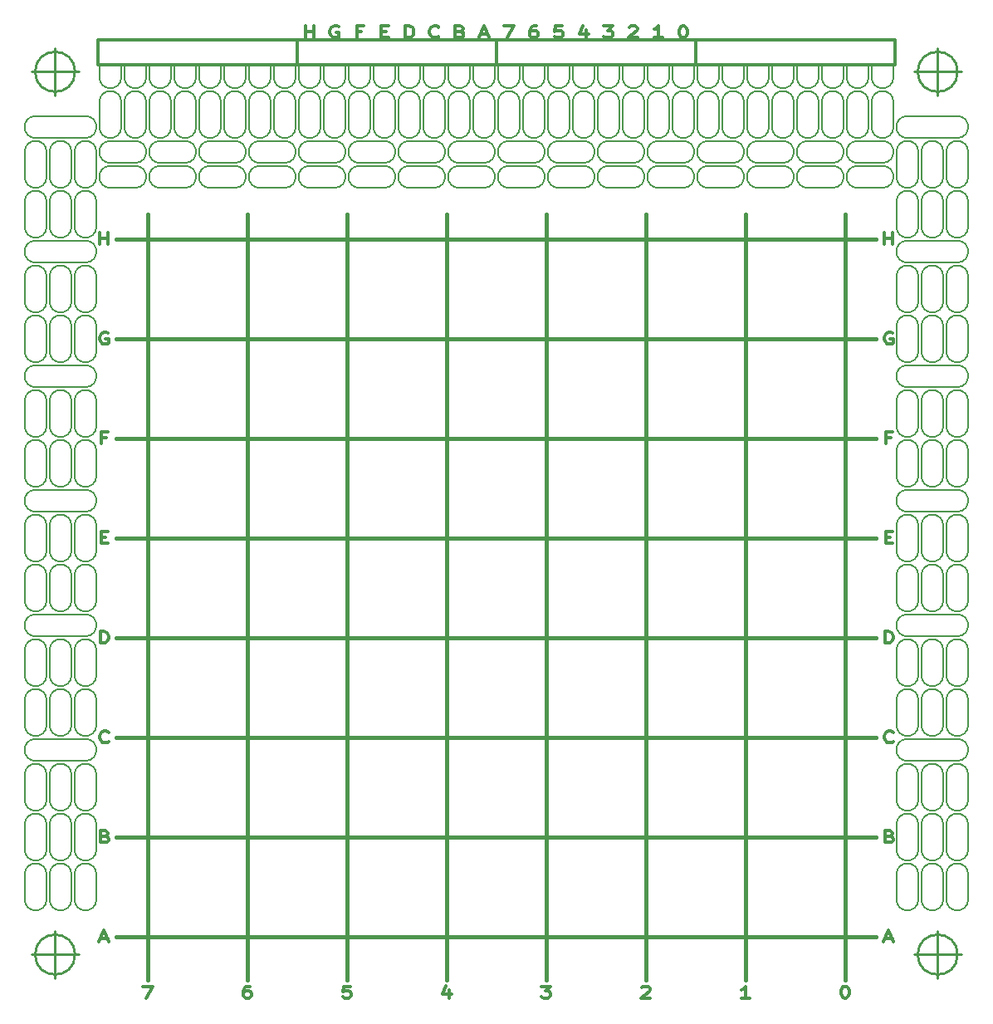
<source format=gto>
G04 #@! TF.FileFunction,Legend,Top*
%FSLAX46Y46*%
G04 Gerber Fmt 4.6, Leading zero omitted, Abs format (unit mm)*
G04 Created by KiCad (PCBNEW 4.0.5) date 12/15/17 13:53:40*
%MOMM*%
%LPD*%
G01*
G04 APERTURE LIST*
%ADD10C,0.150000*%
%ADD11C,0.400000*%
%ADD12C,0.300000*%
%ADD13C,0.254000*%
%ADD14C,0.304800*%
%ADD15C,0.200000*%
G04 APERTURE END LIST*
D10*
D11*
X66265000Y-188180000D02*
X143735000Y-188180000D01*
X66265000Y-178020000D02*
X143735000Y-178020000D01*
X66265000Y-167860000D02*
X143735000Y-167860000D01*
X66265000Y-157700000D02*
X143735000Y-157700000D01*
X66265000Y-147540000D02*
X143735000Y-147540000D01*
X66265000Y-137380000D02*
X143735000Y-137380000D01*
X66265000Y-127220000D02*
X143735000Y-127220000D01*
X66265000Y-117060000D02*
X143735000Y-117060000D01*
D12*
X144576429Y-117602857D02*
X144576429Y-116402857D01*
X144576429Y-116974286D02*
X145433572Y-116974286D01*
X145433572Y-117602857D02*
X145433572Y-116402857D01*
X145397857Y-126620000D02*
X145255000Y-126562857D01*
X145040714Y-126562857D01*
X144826429Y-126620000D01*
X144683571Y-126734286D01*
X144612143Y-126848571D01*
X144540714Y-127077143D01*
X144540714Y-127248571D01*
X144612143Y-127477143D01*
X144683571Y-127591429D01*
X144826429Y-127705714D01*
X145040714Y-127762857D01*
X145183571Y-127762857D01*
X145397857Y-127705714D01*
X145469286Y-127648571D01*
X145469286Y-127248571D01*
X145183571Y-127248571D01*
X145219286Y-137294286D02*
X144719286Y-137294286D01*
X144719286Y-137922857D02*
X144719286Y-136722857D01*
X145433572Y-136722857D01*
X144683572Y-147454286D02*
X145183572Y-147454286D01*
X145397858Y-148082857D02*
X144683572Y-148082857D01*
X144683572Y-146882857D01*
X145397858Y-146882857D01*
X144612143Y-158242857D02*
X144612143Y-157042857D01*
X144969286Y-157042857D01*
X145183571Y-157100000D01*
X145326429Y-157214286D01*
X145397857Y-157328571D01*
X145469286Y-157557143D01*
X145469286Y-157728571D01*
X145397857Y-157957143D01*
X145326429Y-158071429D01*
X145183571Y-158185714D01*
X144969286Y-158242857D01*
X144612143Y-158242857D01*
X145469286Y-168288571D02*
X145397857Y-168345714D01*
X145183571Y-168402857D01*
X145040714Y-168402857D01*
X144826429Y-168345714D01*
X144683571Y-168231429D01*
X144612143Y-168117143D01*
X144540714Y-167888571D01*
X144540714Y-167717143D01*
X144612143Y-167488571D01*
X144683571Y-167374286D01*
X144826429Y-167260000D01*
X145040714Y-167202857D01*
X145183571Y-167202857D01*
X145397857Y-167260000D01*
X145469286Y-167317143D01*
X145112143Y-177934286D02*
X145326429Y-177991429D01*
X145397857Y-178048571D01*
X145469286Y-178162857D01*
X145469286Y-178334286D01*
X145397857Y-178448571D01*
X145326429Y-178505714D01*
X145183571Y-178562857D01*
X144612143Y-178562857D01*
X144612143Y-177362857D01*
X145112143Y-177362857D01*
X145255000Y-177420000D01*
X145326429Y-177477143D01*
X145397857Y-177591429D01*
X145397857Y-177705714D01*
X145326429Y-177820000D01*
X145255000Y-177877143D01*
X145112143Y-177934286D01*
X144612143Y-177934286D01*
X144647857Y-188380000D02*
X145362143Y-188380000D01*
X144505000Y-188722857D02*
X145005000Y-187522857D01*
X145505000Y-188722857D01*
D11*
X130400000Y-114520000D02*
X130400000Y-192625000D01*
X120240000Y-114520000D02*
X120240000Y-192625000D01*
X110080000Y-114520000D02*
X110080000Y-192625000D01*
X99920000Y-114520000D02*
X99920000Y-192625000D01*
X89760000Y-114520000D02*
X89760000Y-192625000D01*
X79600000Y-114520000D02*
X79600000Y-192625000D01*
X69440000Y-114520000D02*
X69440000Y-192625000D01*
X140560000Y-114520000D02*
X140560000Y-192625000D01*
D12*
X68940001Y-193237857D02*
X69940001Y-193237857D01*
X69297144Y-194437857D01*
X79885715Y-193237857D02*
X79600001Y-193237857D01*
X79457144Y-193295000D01*
X79385715Y-193352143D01*
X79242858Y-193523571D01*
X79171429Y-193752143D01*
X79171429Y-194209286D01*
X79242858Y-194323571D01*
X79314286Y-194380714D01*
X79457144Y-194437857D01*
X79742858Y-194437857D01*
X79885715Y-194380714D01*
X79957144Y-194323571D01*
X80028572Y-194209286D01*
X80028572Y-193923571D01*
X79957144Y-193809286D01*
X79885715Y-193752143D01*
X79742858Y-193695000D01*
X79457144Y-193695000D01*
X79314286Y-193752143D01*
X79242858Y-193809286D01*
X79171429Y-193923571D01*
X90117144Y-193237857D02*
X89402858Y-193237857D01*
X89331429Y-193809286D01*
X89402858Y-193752143D01*
X89545715Y-193695000D01*
X89902858Y-193695000D01*
X90045715Y-193752143D01*
X90117144Y-193809286D01*
X90188572Y-193923571D01*
X90188572Y-194209286D01*
X90117144Y-194323571D01*
X90045715Y-194380714D01*
X89902858Y-194437857D01*
X89545715Y-194437857D01*
X89402858Y-194380714D01*
X89331429Y-194323571D01*
X100205715Y-193637857D02*
X100205715Y-194437857D01*
X99848572Y-193180714D02*
X99491429Y-194037857D01*
X100420001Y-194037857D01*
X109580001Y-193237857D02*
X110508572Y-193237857D01*
X110008572Y-193695000D01*
X110222858Y-193695000D01*
X110365715Y-193752143D01*
X110437144Y-193809286D01*
X110508572Y-193923571D01*
X110508572Y-194209286D01*
X110437144Y-194323571D01*
X110365715Y-194380714D01*
X110222858Y-194437857D01*
X109794286Y-194437857D01*
X109651429Y-194380714D01*
X109580001Y-194323571D01*
X119811429Y-193352143D02*
X119882858Y-193295000D01*
X120025715Y-193237857D01*
X120382858Y-193237857D01*
X120525715Y-193295000D01*
X120597144Y-193352143D01*
X120668572Y-193466429D01*
X120668572Y-193580714D01*
X120597144Y-193752143D01*
X119740001Y-194437857D01*
X120668572Y-194437857D01*
X130828572Y-194437857D02*
X129971429Y-194437857D01*
X130400001Y-194437857D02*
X130400001Y-193237857D01*
X130257144Y-193409286D01*
X130114286Y-193523571D01*
X129971429Y-193580714D01*
X140488572Y-193237857D02*
X140631429Y-193237857D01*
X140774286Y-193295000D01*
X140845715Y-193352143D01*
X140917144Y-193466429D01*
X140988572Y-193695000D01*
X140988572Y-193980714D01*
X140917144Y-194209286D01*
X140845715Y-194323571D01*
X140774286Y-194380714D01*
X140631429Y-194437857D01*
X140488572Y-194437857D01*
X140345715Y-194380714D01*
X140274286Y-194323571D01*
X140202858Y-194209286D01*
X140131429Y-193980714D01*
X140131429Y-193695000D01*
X140202858Y-193466429D01*
X140274286Y-193352143D01*
X140345715Y-193295000D01*
X140488572Y-193237857D01*
X64637857Y-188380000D02*
X65352143Y-188380000D01*
X64495000Y-188722857D02*
X64995000Y-187522857D01*
X65495000Y-188722857D01*
X65102143Y-177934286D02*
X65316429Y-177991429D01*
X65387857Y-178048571D01*
X65459286Y-178162857D01*
X65459286Y-178334286D01*
X65387857Y-178448571D01*
X65316429Y-178505714D01*
X65173571Y-178562857D01*
X64602143Y-178562857D01*
X64602143Y-177362857D01*
X65102143Y-177362857D01*
X65245000Y-177420000D01*
X65316429Y-177477143D01*
X65387857Y-177591429D01*
X65387857Y-177705714D01*
X65316429Y-177820000D01*
X65245000Y-177877143D01*
X65102143Y-177934286D01*
X64602143Y-177934286D01*
X65459286Y-168288571D02*
X65387857Y-168345714D01*
X65173571Y-168402857D01*
X65030714Y-168402857D01*
X64816429Y-168345714D01*
X64673571Y-168231429D01*
X64602143Y-168117143D01*
X64530714Y-167888571D01*
X64530714Y-167717143D01*
X64602143Y-167488571D01*
X64673571Y-167374286D01*
X64816429Y-167260000D01*
X65030714Y-167202857D01*
X65173571Y-167202857D01*
X65387857Y-167260000D01*
X65459286Y-167317143D01*
X64602143Y-158242857D02*
X64602143Y-157042857D01*
X64959286Y-157042857D01*
X65173571Y-157100000D01*
X65316429Y-157214286D01*
X65387857Y-157328571D01*
X65459286Y-157557143D01*
X65459286Y-157728571D01*
X65387857Y-157957143D01*
X65316429Y-158071429D01*
X65173571Y-158185714D01*
X64959286Y-158242857D01*
X64602143Y-158242857D01*
X64673572Y-147454286D02*
X65173572Y-147454286D01*
X65387858Y-148082857D02*
X64673572Y-148082857D01*
X64673572Y-146882857D01*
X65387858Y-146882857D01*
X65209286Y-137294286D02*
X64709286Y-137294286D01*
X64709286Y-137922857D02*
X64709286Y-136722857D01*
X65423572Y-136722857D01*
X65387857Y-126620000D02*
X65245000Y-126562857D01*
X65030714Y-126562857D01*
X64816429Y-126620000D01*
X64673571Y-126734286D01*
X64602143Y-126848571D01*
X64530714Y-127077143D01*
X64530714Y-127248571D01*
X64602143Y-127477143D01*
X64673571Y-127591429D01*
X64816429Y-127705714D01*
X65030714Y-127762857D01*
X65173571Y-127762857D01*
X65387857Y-127705714D01*
X65459286Y-127648571D01*
X65459286Y-127248571D01*
X65173571Y-127248571D01*
X64566429Y-117602857D02*
X64566429Y-116402857D01*
X64566429Y-116974286D02*
X65423572Y-116974286D01*
X65423572Y-117602857D02*
X65423572Y-116402857D01*
X85521429Y-96520857D02*
X85521429Y-95320857D01*
X85521429Y-95892286D02*
X86378572Y-95892286D01*
X86378572Y-96520857D02*
X86378572Y-95320857D01*
X88882857Y-95378000D02*
X88740000Y-95320857D01*
X88525714Y-95320857D01*
X88311429Y-95378000D01*
X88168571Y-95492286D01*
X88097143Y-95606571D01*
X88025714Y-95835143D01*
X88025714Y-96006571D01*
X88097143Y-96235143D01*
X88168571Y-96349429D01*
X88311429Y-96463714D01*
X88525714Y-96520857D01*
X88668571Y-96520857D01*
X88882857Y-96463714D01*
X88954286Y-96406571D01*
X88954286Y-96006571D01*
X88668571Y-96006571D01*
X91244286Y-95892286D02*
X90744286Y-95892286D01*
X90744286Y-96520857D02*
X90744286Y-95320857D01*
X91458572Y-95320857D01*
X93248572Y-95892286D02*
X93748572Y-95892286D01*
X93962858Y-96520857D02*
X93248572Y-96520857D01*
X93248572Y-95320857D01*
X93962858Y-95320857D01*
X95717143Y-96520857D02*
X95717143Y-95320857D01*
X96074286Y-95320857D01*
X96288571Y-95378000D01*
X96431429Y-95492286D01*
X96502857Y-95606571D01*
X96574286Y-95835143D01*
X96574286Y-96006571D01*
X96502857Y-96235143D01*
X96431429Y-96349429D01*
X96288571Y-96463714D01*
X96074286Y-96520857D01*
X95717143Y-96520857D01*
X99114286Y-96406571D02*
X99042857Y-96463714D01*
X98828571Y-96520857D01*
X98685714Y-96520857D01*
X98471429Y-96463714D01*
X98328571Y-96349429D01*
X98257143Y-96235143D01*
X98185714Y-96006571D01*
X98185714Y-95835143D01*
X98257143Y-95606571D01*
X98328571Y-95492286D01*
X98471429Y-95378000D01*
X98685714Y-95320857D01*
X98828571Y-95320857D01*
X99042857Y-95378000D01*
X99114286Y-95435143D01*
X101297143Y-95892286D02*
X101511429Y-95949429D01*
X101582857Y-96006571D01*
X101654286Y-96120857D01*
X101654286Y-96292286D01*
X101582857Y-96406571D01*
X101511429Y-96463714D01*
X101368571Y-96520857D01*
X100797143Y-96520857D01*
X100797143Y-95320857D01*
X101297143Y-95320857D01*
X101440000Y-95378000D01*
X101511429Y-95435143D01*
X101582857Y-95549429D01*
X101582857Y-95663714D01*
X101511429Y-95778000D01*
X101440000Y-95835143D01*
X101297143Y-95892286D01*
X100797143Y-95892286D01*
X103372857Y-96178000D02*
X104087143Y-96178000D01*
X103230000Y-96520857D02*
X103730000Y-95320857D01*
X104230000Y-96520857D01*
X123978572Y-95320857D02*
X124121429Y-95320857D01*
X124264286Y-95378000D01*
X124335715Y-95435143D01*
X124407144Y-95549429D01*
X124478572Y-95778000D01*
X124478572Y-96063714D01*
X124407144Y-96292286D01*
X124335715Y-96406571D01*
X124264286Y-96463714D01*
X124121429Y-96520857D01*
X123978572Y-96520857D01*
X123835715Y-96463714D01*
X123764286Y-96406571D01*
X123692858Y-96292286D01*
X123621429Y-96063714D01*
X123621429Y-95778000D01*
X123692858Y-95549429D01*
X123764286Y-95435143D01*
X123835715Y-95378000D01*
X123978572Y-95320857D01*
X121938572Y-96520857D02*
X121081429Y-96520857D01*
X121510001Y-96520857D02*
X121510001Y-95320857D01*
X121367144Y-95492286D01*
X121224286Y-95606571D01*
X121081429Y-95663714D01*
X118541429Y-95435143D02*
X118612858Y-95378000D01*
X118755715Y-95320857D01*
X119112858Y-95320857D01*
X119255715Y-95378000D01*
X119327144Y-95435143D01*
X119398572Y-95549429D01*
X119398572Y-95663714D01*
X119327144Y-95835143D01*
X118470001Y-96520857D01*
X119398572Y-96520857D01*
X115930001Y-95320857D02*
X116858572Y-95320857D01*
X116358572Y-95778000D01*
X116572858Y-95778000D01*
X116715715Y-95835143D01*
X116787144Y-95892286D01*
X116858572Y-96006571D01*
X116858572Y-96292286D01*
X116787144Y-96406571D01*
X116715715Y-96463714D01*
X116572858Y-96520857D01*
X116144286Y-96520857D01*
X116001429Y-96463714D01*
X115930001Y-96406571D01*
X114175715Y-95720857D02*
X114175715Y-96520857D01*
X113818572Y-95263714D02*
X113461429Y-96120857D01*
X114390001Y-96120857D01*
X111707144Y-95320857D02*
X110992858Y-95320857D01*
X110921429Y-95892286D01*
X110992858Y-95835143D01*
X111135715Y-95778000D01*
X111492858Y-95778000D01*
X111635715Y-95835143D01*
X111707144Y-95892286D01*
X111778572Y-96006571D01*
X111778572Y-96292286D01*
X111707144Y-96406571D01*
X111635715Y-96463714D01*
X111492858Y-96520857D01*
X111135715Y-96520857D01*
X110992858Y-96463714D01*
X110921429Y-96406571D01*
X109095715Y-95320857D02*
X108810001Y-95320857D01*
X108667144Y-95378000D01*
X108595715Y-95435143D01*
X108452858Y-95606571D01*
X108381429Y-95835143D01*
X108381429Y-96292286D01*
X108452858Y-96406571D01*
X108524286Y-96463714D01*
X108667144Y-96520857D01*
X108952858Y-96520857D01*
X109095715Y-96463714D01*
X109167144Y-96406571D01*
X109238572Y-96292286D01*
X109238572Y-96006571D01*
X109167144Y-95892286D01*
X109095715Y-95835143D01*
X108952858Y-95778000D01*
X108667144Y-95778000D01*
X108524286Y-95835143D01*
X108452858Y-95892286D01*
X108381429Y-96006571D01*
X105770001Y-95320857D02*
X106770001Y-95320857D01*
X106127144Y-96520857D01*
D13*
X62032000Y-100000000D02*
G75*
G03X62032000Y-100000000I-2032000J0D01*
G01*
X57587000Y-100000000D02*
X62413000Y-100000000D01*
X60000000Y-97587000D02*
X60000000Y-102413000D01*
X60000000Y-97587000D02*
X60000000Y-102413000D01*
X57587000Y-100000000D02*
X62413000Y-100000000D01*
X62032000Y-100000000D02*
G75*
G03X62032000Y-100000000I-2032000J0D01*
G01*
X152032000Y-100000000D02*
G75*
G03X152032000Y-100000000I-2032000J0D01*
G01*
X147587000Y-100000000D02*
X152413000Y-100000000D01*
X150000000Y-97587000D02*
X150000000Y-102413000D01*
X150000000Y-97587000D02*
X150000000Y-102413000D01*
X147587000Y-100000000D02*
X152413000Y-100000000D01*
X152032000Y-100000000D02*
G75*
G03X152032000Y-100000000I-2032000J0D01*
G01*
X152032000Y-190000000D02*
G75*
G03X152032000Y-190000000I-2032000J0D01*
G01*
X147587000Y-190000000D02*
X152413000Y-190000000D01*
X150000000Y-187587000D02*
X150000000Y-192413000D01*
X150000000Y-187587000D02*
X150000000Y-192413000D01*
X147587000Y-190000000D02*
X152413000Y-190000000D01*
X152032000Y-190000000D02*
G75*
G03X152032000Y-190000000I-2032000J0D01*
G01*
X62032000Y-190000000D02*
G75*
G03X62032000Y-190000000I-2032000J0D01*
G01*
X57587000Y-190000000D02*
X62413000Y-190000000D01*
X60000000Y-187587000D02*
X60000000Y-192413000D01*
X60000000Y-187587000D02*
X60000000Y-192413000D01*
X57587000Y-190000000D02*
X62413000Y-190000000D01*
X62032000Y-190000000D02*
G75*
G03X62032000Y-190000000I-2032000J0D01*
G01*
D14*
X84680000Y-96740000D02*
X105000000Y-96740000D01*
X105000000Y-96740000D02*
X105000000Y-99280000D01*
X105000000Y-99280000D02*
X84680000Y-99280000D01*
X84680000Y-99280000D02*
X84680000Y-96740000D01*
X105000000Y-96740000D02*
X125320000Y-96740000D01*
X125320000Y-96740000D02*
X125320000Y-99280000D01*
X125320000Y-99280000D02*
X105000000Y-99280000D01*
X105000000Y-99280000D02*
X105000000Y-96740000D01*
X64360000Y-96740000D02*
X84680000Y-96740000D01*
X84680000Y-96740000D02*
X84680000Y-99280000D01*
X84680000Y-99280000D02*
X64360000Y-99280000D01*
X64360000Y-99280000D02*
X64360000Y-96740000D01*
X125320000Y-96740000D02*
X145640000Y-96740000D01*
X145640000Y-96740000D02*
X145640000Y-99280000D01*
X145640000Y-99280000D02*
X125320000Y-99280000D01*
X125320000Y-99280000D02*
X125320000Y-96740000D01*
D15*
X59130000Y-179290000D02*
X59130000Y-176750000D01*
X56890000Y-179290000D02*
X56890000Y-176750000D01*
X56890000Y-179290000D02*
G75*
G03X59130000Y-179290000I1120000J0D01*
G01*
X59130000Y-176750000D02*
G75*
G03X56890000Y-176750000I-1120000J0D01*
G01*
X61670000Y-179290000D02*
X61670000Y-176750000D01*
X59430000Y-179290000D02*
X59430000Y-176750000D01*
X59430000Y-179290000D02*
G75*
G03X61670000Y-179290000I1120000J0D01*
G01*
X61670000Y-176750000D02*
G75*
G03X59430000Y-176750000I-1120000J0D01*
G01*
X64210000Y-179290000D02*
X64210000Y-176750000D01*
X61970000Y-179290000D02*
X61970000Y-176750000D01*
X61970000Y-179290000D02*
G75*
G03X64210000Y-179290000I1120000J0D01*
G01*
X64210000Y-176750000D02*
G75*
G03X61970000Y-176750000I-1120000J0D01*
G01*
X59130000Y-184370000D02*
X59130000Y-181830000D01*
X56890000Y-184370000D02*
X56890000Y-181830000D01*
X56890000Y-184370000D02*
G75*
G03X59130000Y-184370000I1120000J0D01*
G01*
X59130000Y-181830000D02*
G75*
G03X56890000Y-181830000I-1120000J0D01*
G01*
X64210000Y-184370000D02*
X64210000Y-181830000D01*
X61970000Y-184370000D02*
X61970000Y-181830000D01*
X61970000Y-184370000D02*
G75*
G03X64210000Y-184370000I1120000J0D01*
G01*
X64210000Y-181830000D02*
G75*
G03X61970000Y-181830000I-1120000J0D01*
G01*
X61670000Y-184370000D02*
X61670000Y-181830000D01*
X59430000Y-184370000D02*
X59430000Y-181830000D01*
X59430000Y-184370000D02*
G75*
G03X61670000Y-184370000I1120000J0D01*
G01*
X61670000Y-181830000D02*
G75*
G03X59430000Y-181830000I-1120000J0D01*
G01*
X59130000Y-174210000D02*
X59130000Y-171670000D01*
X56890000Y-174210000D02*
X56890000Y-171670000D01*
X56890000Y-174210000D02*
G75*
G03X59130000Y-174210000I1120000J0D01*
G01*
X59130000Y-171670000D02*
G75*
G03X56890000Y-171670000I-1120000J0D01*
G01*
X61670000Y-174210000D02*
X61670000Y-171670000D01*
X59430000Y-174210000D02*
X59430000Y-171670000D01*
X59430000Y-174210000D02*
G75*
G03X61670000Y-174210000I1120000J0D01*
G01*
X61670000Y-171670000D02*
G75*
G03X59430000Y-171670000I-1120000J0D01*
G01*
X64210000Y-174210000D02*
X64210000Y-171670000D01*
X61970000Y-174210000D02*
X61970000Y-171670000D01*
X61970000Y-174210000D02*
G75*
G03X64210000Y-174210000I1120000J0D01*
G01*
X64210000Y-171670000D02*
G75*
G03X61970000Y-171670000I-1120000J0D01*
G01*
X64210000Y-153890000D02*
X64210000Y-151350000D01*
X61970000Y-153890000D02*
X61970000Y-151350000D01*
X61970000Y-153890000D02*
G75*
G03X64210000Y-153890000I1120000J0D01*
G01*
X64210000Y-151350000D02*
G75*
G03X61970000Y-151350000I-1120000J0D01*
G01*
X61670000Y-153890000D02*
X61670000Y-151350000D01*
X59430000Y-153890000D02*
X59430000Y-151350000D01*
X59430000Y-153890000D02*
G75*
G03X61670000Y-153890000I1120000J0D01*
G01*
X61670000Y-151350000D02*
G75*
G03X59430000Y-151350000I-1120000J0D01*
G01*
X59130000Y-153890000D02*
X59130000Y-151350000D01*
X56890000Y-153890000D02*
X56890000Y-151350000D01*
X56890000Y-153890000D02*
G75*
G03X59130000Y-153890000I1120000J0D01*
G01*
X59130000Y-151350000D02*
G75*
G03X56890000Y-151350000I-1120000J0D01*
G01*
X59130000Y-148810000D02*
X59130000Y-146270000D01*
X56890000Y-148810000D02*
X56890000Y-146270000D01*
X56890000Y-148810000D02*
G75*
G03X59130000Y-148810000I1120000J0D01*
G01*
X59130000Y-146270000D02*
G75*
G03X56890000Y-146270000I-1120000J0D01*
G01*
X61670000Y-148810000D02*
X61670000Y-146270000D01*
X59430000Y-148810000D02*
X59430000Y-146270000D01*
X59430000Y-148810000D02*
G75*
G03X61670000Y-148810000I1120000J0D01*
G01*
X61670000Y-146270000D02*
G75*
G03X59430000Y-146270000I-1120000J0D01*
G01*
X64210000Y-148810000D02*
X64210000Y-146270000D01*
X61970000Y-148810000D02*
X61970000Y-146270000D01*
X61970000Y-148810000D02*
G75*
G03X64210000Y-148810000I1120000J0D01*
G01*
X64210000Y-146270000D02*
G75*
G03X61970000Y-146270000I-1120000J0D01*
G01*
X64210000Y-161510000D02*
X64210000Y-158970000D01*
X61970000Y-161510000D02*
X61970000Y-158970000D01*
X61970000Y-161510000D02*
G75*
G03X64210000Y-161510000I1120000J0D01*
G01*
X64210000Y-158970000D02*
G75*
G03X61970000Y-158970000I-1120000J0D01*
G01*
X61670000Y-161510000D02*
X61670000Y-158970000D01*
X59430000Y-161510000D02*
X59430000Y-158970000D01*
X59430000Y-161510000D02*
G75*
G03X61670000Y-161510000I1120000J0D01*
G01*
X61670000Y-158970000D02*
G75*
G03X59430000Y-158970000I-1120000J0D01*
G01*
X59130000Y-161510000D02*
X59130000Y-158970000D01*
X56890000Y-161510000D02*
X56890000Y-158970000D01*
X56890000Y-161510000D02*
G75*
G03X59130000Y-161510000I1120000J0D01*
G01*
X59130000Y-158970000D02*
G75*
G03X56890000Y-158970000I-1120000J0D01*
G01*
X59130000Y-166590000D02*
X59130000Y-164050000D01*
X56890000Y-166590000D02*
X56890000Y-164050000D01*
X56890000Y-166590000D02*
G75*
G03X59130000Y-166590000I1120000J0D01*
G01*
X59130000Y-164050000D02*
G75*
G03X56890000Y-164050000I-1120000J0D01*
G01*
X61670000Y-166590000D02*
X61670000Y-164050000D01*
X59430000Y-166590000D02*
X59430000Y-164050000D01*
X59430000Y-166590000D02*
G75*
G03X61670000Y-166590000I1120000J0D01*
G01*
X61670000Y-164050000D02*
G75*
G03X59430000Y-164050000I-1120000J0D01*
G01*
X64210000Y-166590000D02*
X64210000Y-164050000D01*
X61970000Y-166590000D02*
X61970000Y-164050000D01*
X61970000Y-166590000D02*
G75*
G03X64210000Y-166590000I1120000J0D01*
G01*
X64210000Y-164050000D02*
G75*
G03X61970000Y-164050000I-1120000J0D01*
G01*
X64210000Y-123410000D02*
X64210000Y-120870000D01*
X61970000Y-123410000D02*
X61970000Y-120870000D01*
X61970000Y-123410000D02*
G75*
G03X64210000Y-123410000I1120000J0D01*
G01*
X64210000Y-120870000D02*
G75*
G03X61970000Y-120870000I-1120000J0D01*
G01*
X61670000Y-123410000D02*
X61670000Y-120870000D01*
X59430000Y-123410000D02*
X59430000Y-120870000D01*
X59430000Y-123410000D02*
G75*
G03X61670000Y-123410000I1120000J0D01*
G01*
X61670000Y-120870000D02*
G75*
G03X59430000Y-120870000I-1120000J0D01*
G01*
X59130000Y-123410000D02*
X59130000Y-120870000D01*
X56890000Y-123410000D02*
X56890000Y-120870000D01*
X56890000Y-123410000D02*
G75*
G03X59130000Y-123410000I1120000J0D01*
G01*
X59130000Y-120870000D02*
G75*
G03X56890000Y-120870000I-1120000J0D01*
G01*
X66750000Y-105630000D02*
X66750000Y-103090000D01*
X64510000Y-105630000D02*
X64510000Y-103090000D01*
X64510000Y-105630000D02*
G75*
G03X66750000Y-105630000I1120000J0D01*
G01*
X66750000Y-103090000D02*
G75*
G03X64510000Y-103090000I-1120000J0D01*
G01*
X64210000Y-110710000D02*
X64210000Y-108170000D01*
X61970000Y-110710000D02*
X61970000Y-108170000D01*
X61970000Y-110710000D02*
G75*
G03X64210000Y-110710000I1120000J0D01*
G01*
X64210000Y-108170000D02*
G75*
G03X61970000Y-108170000I-1120000J0D01*
G01*
X61670000Y-110710000D02*
X61670000Y-108170000D01*
X59430000Y-110710000D02*
X59430000Y-108170000D01*
X59430000Y-110710000D02*
G75*
G03X61670000Y-110710000I1120000J0D01*
G01*
X61670000Y-108170000D02*
G75*
G03X59430000Y-108170000I-1120000J0D01*
G01*
X59130000Y-110710000D02*
X59130000Y-108170000D01*
X56890000Y-110710000D02*
X56890000Y-108170000D01*
X56890000Y-110710000D02*
G75*
G03X59130000Y-110710000I1120000J0D01*
G01*
X59130000Y-108170000D02*
G75*
G03X56890000Y-108170000I-1120000J0D01*
G01*
X59130000Y-115790000D02*
X59130000Y-113250000D01*
X56890000Y-115790000D02*
X56890000Y-113250000D01*
X56890000Y-115790000D02*
G75*
G03X59130000Y-115790000I1120000J0D01*
G01*
X59130000Y-113250000D02*
G75*
G03X56890000Y-113250000I-1120000J0D01*
G01*
X61670000Y-115790000D02*
X61670000Y-113250000D01*
X59430000Y-115790000D02*
X59430000Y-113250000D01*
X59430000Y-115790000D02*
G75*
G03X61670000Y-115790000I1120000J0D01*
G01*
X61670000Y-113250000D02*
G75*
G03X59430000Y-113250000I-1120000J0D01*
G01*
X64210000Y-115790000D02*
X64210000Y-113250000D01*
X61970000Y-115790000D02*
X61970000Y-113250000D01*
X61970000Y-115790000D02*
G75*
G03X64210000Y-115790000I1120000J0D01*
G01*
X64210000Y-113250000D02*
G75*
G03X61970000Y-113250000I-1120000J0D01*
G01*
X64210000Y-136110000D02*
X64210000Y-133570000D01*
X61970000Y-136110000D02*
X61970000Y-133570000D01*
X61970000Y-136110000D02*
G75*
G03X64210000Y-136110000I1120000J0D01*
G01*
X64210000Y-133570000D02*
G75*
G03X61970000Y-133570000I-1120000J0D01*
G01*
X61670000Y-136110000D02*
X61670000Y-133570000D01*
X59430000Y-136110000D02*
X59430000Y-133570000D01*
X59430000Y-136110000D02*
G75*
G03X61670000Y-136110000I1120000J0D01*
G01*
X61670000Y-133570000D02*
G75*
G03X59430000Y-133570000I-1120000J0D01*
G01*
X59130000Y-136110000D02*
X59130000Y-133570000D01*
X56890000Y-136110000D02*
X56890000Y-133570000D01*
X56890000Y-136110000D02*
G75*
G03X59130000Y-136110000I1120000J0D01*
G01*
X59130000Y-133570000D02*
G75*
G03X56890000Y-133570000I-1120000J0D01*
G01*
X59130000Y-128490000D02*
X59130000Y-125950000D01*
X56890000Y-128490000D02*
X56890000Y-125950000D01*
X56890000Y-128490000D02*
G75*
G03X59130000Y-128490000I1120000J0D01*
G01*
X59130000Y-125950000D02*
G75*
G03X56890000Y-125950000I-1120000J0D01*
G01*
X61670000Y-128490000D02*
X61670000Y-125950000D01*
X59430000Y-128490000D02*
X59430000Y-125950000D01*
X59430000Y-128490000D02*
G75*
G03X61670000Y-128490000I1120000J0D01*
G01*
X61670000Y-125950000D02*
G75*
G03X59430000Y-125950000I-1120000J0D01*
G01*
X64210000Y-128490000D02*
X64210000Y-125950000D01*
X61970000Y-128490000D02*
X61970000Y-125950000D01*
X61970000Y-128490000D02*
G75*
G03X64210000Y-128490000I1120000J0D01*
G01*
X64210000Y-125950000D02*
G75*
G03X61970000Y-125950000I-1120000J0D01*
G01*
X64210000Y-141190000D02*
X64210000Y-138650000D01*
X61970000Y-141190000D02*
X61970000Y-138650000D01*
X61970000Y-141190000D02*
G75*
G03X64210000Y-141190000I1120000J0D01*
G01*
X64210000Y-138650000D02*
G75*
G03X61970000Y-138650000I-1120000J0D01*
G01*
X61670000Y-141190000D02*
X61670000Y-138650000D01*
X59430000Y-141190000D02*
X59430000Y-138650000D01*
X59430000Y-141190000D02*
G75*
G03X61670000Y-141190000I1120000J0D01*
G01*
X61670000Y-138650000D02*
G75*
G03X59430000Y-138650000I-1120000J0D01*
G01*
X59130000Y-141190000D02*
X59130000Y-138650000D01*
X56890000Y-141190000D02*
X56890000Y-138650000D01*
X56890000Y-141190000D02*
G75*
G03X59130000Y-141190000I1120000J0D01*
G01*
X59130000Y-138650000D02*
G75*
G03X56890000Y-138650000I-1120000J0D01*
G01*
X153110000Y-148810000D02*
X153110000Y-146270000D01*
X150870000Y-148810000D02*
X150870000Y-146270000D01*
X150870000Y-148810000D02*
G75*
G03X153110000Y-148810000I1120000J0D01*
G01*
X153110000Y-146270000D02*
G75*
G03X150870000Y-146270000I-1120000J0D01*
G01*
X150570000Y-148810000D02*
X150570000Y-146270000D01*
X148330000Y-148810000D02*
X148330000Y-146270000D01*
X148330000Y-148810000D02*
G75*
G03X150570000Y-148810000I1120000J0D01*
G01*
X150570000Y-146270000D02*
G75*
G03X148330000Y-146270000I-1120000J0D01*
G01*
X148030000Y-148810000D02*
X148030000Y-146270000D01*
X145790000Y-148810000D02*
X145790000Y-146270000D01*
X145790000Y-148810000D02*
G75*
G03X148030000Y-148810000I1120000J0D01*
G01*
X148030000Y-146270000D02*
G75*
G03X145790000Y-146270000I-1120000J0D01*
G01*
X148030000Y-141190000D02*
X148030000Y-138650000D01*
X145790000Y-141190000D02*
X145790000Y-138650000D01*
X145790000Y-141190000D02*
G75*
G03X148030000Y-141190000I1120000J0D01*
G01*
X148030000Y-138650000D02*
G75*
G03X145790000Y-138650000I-1120000J0D01*
G01*
X150570000Y-141190000D02*
X150570000Y-138650000D01*
X148330000Y-141190000D02*
X148330000Y-138650000D01*
X148330000Y-141190000D02*
G75*
G03X150570000Y-141190000I1120000J0D01*
G01*
X150570000Y-138650000D02*
G75*
G03X148330000Y-138650000I-1120000J0D01*
G01*
X153110000Y-141190000D02*
X153110000Y-138650000D01*
X150870000Y-141190000D02*
X150870000Y-138650000D01*
X150870000Y-141190000D02*
G75*
G03X153110000Y-141190000I1120000J0D01*
G01*
X153110000Y-138650000D02*
G75*
G03X150870000Y-138650000I-1120000J0D01*
G01*
X148030000Y-136110000D02*
X148030000Y-133570000D01*
X145790000Y-136110000D02*
X145790000Y-133570000D01*
X145790000Y-136110000D02*
G75*
G03X148030000Y-136110000I1120000J0D01*
G01*
X148030000Y-133570000D02*
G75*
G03X145790000Y-133570000I-1120000J0D01*
G01*
X150570000Y-136110000D02*
X150570000Y-133570000D01*
X148330000Y-136110000D02*
X148330000Y-133570000D01*
X148330000Y-136110000D02*
G75*
G03X150570000Y-136110000I1120000J0D01*
G01*
X150570000Y-133570000D02*
G75*
G03X148330000Y-133570000I-1120000J0D01*
G01*
X153110000Y-136110000D02*
X153110000Y-133570000D01*
X150870000Y-136110000D02*
X150870000Y-133570000D01*
X150870000Y-136110000D02*
G75*
G03X153110000Y-136110000I1120000J0D01*
G01*
X153110000Y-133570000D02*
G75*
G03X150870000Y-133570000I-1120000J0D01*
G01*
X153110000Y-115790000D02*
X153110000Y-113250000D01*
X150870000Y-115790000D02*
X150870000Y-113250000D01*
X150870000Y-115790000D02*
G75*
G03X153110000Y-115790000I1120000J0D01*
G01*
X153110000Y-113250000D02*
G75*
G03X150870000Y-113250000I-1120000J0D01*
G01*
X150570000Y-115790000D02*
X150570000Y-113250000D01*
X148330000Y-115790000D02*
X148330000Y-113250000D01*
X148330000Y-115790000D02*
G75*
G03X150570000Y-115790000I1120000J0D01*
G01*
X150570000Y-113250000D02*
G75*
G03X148330000Y-113250000I-1120000J0D01*
G01*
X148030000Y-115790000D02*
X148030000Y-113250000D01*
X145790000Y-115790000D02*
X145790000Y-113250000D01*
X145790000Y-115790000D02*
G75*
G03X148030000Y-115790000I1120000J0D01*
G01*
X148030000Y-113250000D02*
G75*
G03X145790000Y-113250000I-1120000J0D01*
G01*
X148030000Y-110710000D02*
X148030000Y-108170000D01*
X145790000Y-110710000D02*
X145790000Y-108170000D01*
X145790000Y-110710000D02*
G75*
G03X148030000Y-110710000I1120000J0D01*
G01*
X148030000Y-108170000D02*
G75*
G03X145790000Y-108170000I-1120000J0D01*
G01*
X150570000Y-110710000D02*
X150570000Y-108170000D01*
X148330000Y-110710000D02*
X148330000Y-108170000D01*
X148330000Y-110710000D02*
G75*
G03X150570000Y-110710000I1120000J0D01*
G01*
X150570000Y-108170000D02*
G75*
G03X148330000Y-108170000I-1120000J0D01*
G01*
X153110000Y-110710000D02*
X153110000Y-108170000D01*
X150870000Y-110710000D02*
X150870000Y-108170000D01*
X150870000Y-110710000D02*
G75*
G03X153110000Y-110710000I1120000J0D01*
G01*
X153110000Y-108170000D02*
G75*
G03X150870000Y-108170000I-1120000J0D01*
G01*
X153110000Y-123410000D02*
X153110000Y-120870000D01*
X150870000Y-123410000D02*
X150870000Y-120870000D01*
X150870000Y-123410000D02*
G75*
G03X153110000Y-123410000I1120000J0D01*
G01*
X153110000Y-120870000D02*
G75*
G03X150870000Y-120870000I-1120000J0D01*
G01*
X150570000Y-123410000D02*
X150570000Y-120870000D01*
X148330000Y-123410000D02*
X148330000Y-120870000D01*
X148330000Y-123410000D02*
G75*
G03X150570000Y-123410000I1120000J0D01*
G01*
X150570000Y-120870000D02*
G75*
G03X148330000Y-120870000I-1120000J0D01*
G01*
X148030000Y-123410000D02*
X148030000Y-120870000D01*
X145790000Y-123410000D02*
X145790000Y-120870000D01*
X145790000Y-123410000D02*
G75*
G03X148030000Y-123410000I1120000J0D01*
G01*
X148030000Y-120870000D02*
G75*
G03X145790000Y-120870000I-1120000J0D01*
G01*
X148030000Y-128490000D02*
X148030000Y-125950000D01*
X145790000Y-128490000D02*
X145790000Y-125950000D01*
X145790000Y-128490000D02*
G75*
G03X148030000Y-128490000I1120000J0D01*
G01*
X148030000Y-125950000D02*
G75*
G03X145790000Y-125950000I-1120000J0D01*
G01*
X150570000Y-128490000D02*
X150570000Y-125950000D01*
X148330000Y-128490000D02*
X148330000Y-125950000D01*
X148330000Y-128490000D02*
G75*
G03X150570000Y-128490000I1120000J0D01*
G01*
X150570000Y-125950000D02*
G75*
G03X148330000Y-125950000I-1120000J0D01*
G01*
X153110000Y-128490000D02*
X153110000Y-125950000D01*
X150870000Y-128490000D02*
X150870000Y-125950000D01*
X150870000Y-128490000D02*
G75*
G03X153110000Y-128490000I1120000J0D01*
G01*
X153110000Y-125950000D02*
G75*
G03X150870000Y-125950000I-1120000J0D01*
G01*
X153110000Y-166590000D02*
X153110000Y-164050000D01*
X150870000Y-166590000D02*
X150870000Y-164050000D01*
X150870000Y-166590000D02*
G75*
G03X153110000Y-166590000I1120000J0D01*
G01*
X153110000Y-164050000D02*
G75*
G03X150870000Y-164050000I-1120000J0D01*
G01*
X150570000Y-166590000D02*
X150570000Y-164050000D01*
X148330000Y-166590000D02*
X148330000Y-164050000D01*
X148330000Y-166590000D02*
G75*
G03X150570000Y-166590000I1120000J0D01*
G01*
X150570000Y-164050000D02*
G75*
G03X148330000Y-164050000I-1120000J0D01*
G01*
X148030000Y-166590000D02*
X148030000Y-164050000D01*
X145790000Y-166590000D02*
X145790000Y-164050000D01*
X145790000Y-166590000D02*
G75*
G03X148030000Y-166590000I1120000J0D01*
G01*
X148030000Y-164050000D02*
G75*
G03X145790000Y-164050000I-1120000J0D01*
G01*
X148030000Y-161510000D02*
X148030000Y-158970000D01*
X145790000Y-161510000D02*
X145790000Y-158970000D01*
X145790000Y-161510000D02*
G75*
G03X148030000Y-161510000I1120000J0D01*
G01*
X148030000Y-158970000D02*
G75*
G03X145790000Y-158970000I-1120000J0D01*
G01*
X150570000Y-161510000D02*
X150570000Y-158970000D01*
X148330000Y-161510000D02*
X148330000Y-158970000D01*
X148330000Y-161510000D02*
G75*
G03X150570000Y-161510000I1120000J0D01*
G01*
X150570000Y-158970000D02*
G75*
G03X148330000Y-158970000I-1120000J0D01*
G01*
X153110000Y-161510000D02*
X153110000Y-158970000D01*
X150870000Y-161510000D02*
X150870000Y-158970000D01*
X150870000Y-161510000D02*
G75*
G03X153110000Y-161510000I1120000J0D01*
G01*
X153110000Y-158970000D02*
G75*
G03X150870000Y-158970000I-1120000J0D01*
G01*
X153110000Y-153890000D02*
X153110000Y-151350000D01*
X150870000Y-153890000D02*
X150870000Y-151350000D01*
X150870000Y-153890000D02*
G75*
G03X153110000Y-153890000I1120000J0D01*
G01*
X153110000Y-151350000D02*
G75*
G03X150870000Y-151350000I-1120000J0D01*
G01*
X150570000Y-153890000D02*
X150570000Y-151350000D01*
X148330000Y-153890000D02*
X148330000Y-151350000D01*
X148330000Y-153890000D02*
G75*
G03X150570000Y-153890000I1120000J0D01*
G01*
X150570000Y-151350000D02*
G75*
G03X148330000Y-151350000I-1120000J0D01*
G01*
X148030000Y-153890000D02*
X148030000Y-151350000D01*
X145790000Y-153890000D02*
X145790000Y-151350000D01*
X145790000Y-153890000D02*
G75*
G03X148030000Y-153890000I1120000J0D01*
G01*
X148030000Y-151350000D02*
G75*
G03X145790000Y-151350000I-1120000J0D01*
G01*
X153110000Y-179290000D02*
X153110000Y-176750000D01*
X150870000Y-179290000D02*
X150870000Y-176750000D01*
X150870000Y-179290000D02*
G75*
G03X153110000Y-179290000I1120000J0D01*
G01*
X153110000Y-176750000D02*
G75*
G03X150870000Y-176750000I-1120000J0D01*
G01*
X150570000Y-179290000D02*
X150570000Y-176750000D01*
X148330000Y-179290000D02*
X148330000Y-176750000D01*
X148330000Y-179290000D02*
G75*
G03X150570000Y-179290000I1120000J0D01*
G01*
X150570000Y-176750000D02*
G75*
G03X148330000Y-176750000I-1120000J0D01*
G01*
X148030000Y-179290000D02*
X148030000Y-176750000D01*
X145790000Y-179290000D02*
X145790000Y-176750000D01*
X145790000Y-179290000D02*
G75*
G03X148030000Y-179290000I1120000J0D01*
G01*
X148030000Y-176750000D02*
G75*
G03X145790000Y-176750000I-1120000J0D01*
G01*
X148030000Y-174210000D02*
X148030000Y-171670000D01*
X145790000Y-174210000D02*
X145790000Y-171670000D01*
X145790000Y-174210000D02*
G75*
G03X148030000Y-174210000I1120000J0D01*
G01*
X148030000Y-171670000D02*
G75*
G03X145790000Y-171670000I-1120000J0D01*
G01*
X150570000Y-174210000D02*
X150570000Y-171670000D01*
X148330000Y-174210000D02*
X148330000Y-171670000D01*
X148330000Y-174210000D02*
G75*
G03X150570000Y-174210000I1120000J0D01*
G01*
X150570000Y-171670000D02*
G75*
G03X148330000Y-171670000I-1120000J0D01*
G01*
X153110000Y-174210000D02*
X153110000Y-171670000D01*
X150870000Y-174210000D02*
X150870000Y-171670000D01*
X150870000Y-174210000D02*
G75*
G03X153110000Y-174210000I1120000J0D01*
G01*
X153110000Y-171670000D02*
G75*
G03X150870000Y-171670000I-1120000J0D01*
G01*
X153110000Y-184370000D02*
X153110000Y-181830000D01*
X150870000Y-184370000D02*
X150870000Y-181830000D01*
X150870000Y-184370000D02*
G75*
G03X153110000Y-184370000I1120000J0D01*
G01*
X153110000Y-181830000D02*
G75*
G03X150870000Y-181830000I-1120000J0D01*
G01*
X150570000Y-184370000D02*
X150570000Y-181830000D01*
X148330000Y-184370000D02*
X148330000Y-181830000D01*
X148330000Y-184370000D02*
G75*
G03X150570000Y-184370000I1120000J0D01*
G01*
X150570000Y-181830000D02*
G75*
G03X148330000Y-181830000I-1120000J0D01*
G01*
X148030000Y-184370000D02*
X148030000Y-181830000D01*
X145790000Y-184370000D02*
X145790000Y-181830000D01*
X145790000Y-184370000D02*
G75*
G03X148030000Y-184370000I1120000J0D01*
G01*
X148030000Y-181830000D02*
G75*
G03X145790000Y-181830000I-1120000J0D01*
G01*
X141830000Y-111830000D02*
G75*
G02X141830000Y-109590000I0J1120000D01*
G01*
X144370000Y-109590000D02*
G75*
G02X144370000Y-111830000I0J-1120000D01*
G01*
X144370000Y-109590000D02*
X141830000Y-109590000D01*
X144370000Y-111830000D02*
X141830000Y-111830000D01*
X65630000Y-109290000D02*
G75*
G02X65630000Y-107050000I0J1120000D01*
G01*
X68170000Y-107050000D02*
G75*
G02X68170000Y-109290000I0J-1120000D01*
G01*
X68170000Y-107050000D02*
X65630000Y-107050000D01*
X68170000Y-109290000D02*
X65630000Y-109290000D01*
X70710000Y-109290000D02*
G75*
G02X70710000Y-107050000I0J1120000D01*
G01*
X73250000Y-107050000D02*
G75*
G02X73250000Y-109290000I0J-1120000D01*
G01*
X73250000Y-107050000D02*
X70710000Y-107050000D01*
X73250000Y-109290000D02*
X70710000Y-109290000D01*
X80870000Y-111830000D02*
G75*
G02X80870000Y-109590000I0J1120000D01*
G01*
X83410000Y-109590000D02*
G75*
G02X83410000Y-111830000I0J-1120000D01*
G01*
X83410000Y-109590000D02*
X80870000Y-109590000D01*
X83410000Y-111830000D02*
X80870000Y-111830000D01*
X80870000Y-109290000D02*
G75*
G02X80870000Y-107050000I0J1120000D01*
G01*
X83410000Y-107050000D02*
G75*
G02X83410000Y-109290000I0J-1120000D01*
G01*
X83410000Y-107050000D02*
X80870000Y-107050000D01*
X83410000Y-109290000D02*
X80870000Y-109290000D01*
X75790000Y-111830000D02*
G75*
G02X75790000Y-109590000I0J1120000D01*
G01*
X78330000Y-109590000D02*
G75*
G02X78330000Y-111830000I0J-1120000D01*
G01*
X78330000Y-109590000D02*
X75790000Y-109590000D01*
X78330000Y-111830000D02*
X75790000Y-111830000D01*
X65630000Y-111830000D02*
G75*
G02X65630000Y-109590000I0J1120000D01*
G01*
X68170000Y-109590000D02*
G75*
G02X68170000Y-111830000I0J-1120000D01*
G01*
X68170000Y-109590000D02*
X65630000Y-109590000D01*
X68170000Y-111830000D02*
X65630000Y-111830000D01*
X70710000Y-111830000D02*
G75*
G02X70710000Y-109590000I0J1120000D01*
G01*
X73250000Y-109590000D02*
G75*
G02X73250000Y-111830000I0J-1120000D01*
G01*
X73250000Y-109590000D02*
X70710000Y-109590000D01*
X73250000Y-111830000D02*
X70710000Y-111830000D01*
X75790000Y-109290000D02*
G75*
G02X75790000Y-107050000I0J1120000D01*
G01*
X78330000Y-107050000D02*
G75*
G02X78330000Y-109290000I0J-1120000D01*
G01*
X78330000Y-107050000D02*
X75790000Y-107050000D01*
X78330000Y-109290000D02*
X75790000Y-109290000D01*
X106270000Y-109290000D02*
G75*
G02X106270000Y-107050000I0J1120000D01*
G01*
X108810000Y-107050000D02*
G75*
G02X108810000Y-109290000I0J-1120000D01*
G01*
X108810000Y-107050000D02*
X106270000Y-107050000D01*
X108810000Y-109290000D02*
X106270000Y-109290000D01*
X101190000Y-111830000D02*
G75*
G02X101190000Y-109590000I0J1120000D01*
G01*
X103730000Y-109590000D02*
G75*
G02X103730000Y-111830000I0J-1120000D01*
G01*
X103730000Y-109590000D02*
X101190000Y-109590000D01*
X103730000Y-111830000D02*
X101190000Y-111830000D01*
X101190000Y-109290000D02*
G75*
G02X101190000Y-107050000I0J1120000D01*
G01*
X103730000Y-107050000D02*
G75*
G02X103730000Y-109290000I0J-1120000D01*
G01*
X103730000Y-107050000D02*
X101190000Y-107050000D01*
X103730000Y-109290000D02*
X101190000Y-109290000D01*
X106270000Y-111830000D02*
G75*
G02X106270000Y-109590000I0J1120000D01*
G01*
X108810000Y-109590000D02*
G75*
G02X108810000Y-111830000I0J-1120000D01*
G01*
X108810000Y-109590000D02*
X106270000Y-109590000D01*
X108810000Y-111830000D02*
X106270000Y-111830000D01*
X111350000Y-109290000D02*
G75*
G02X111350000Y-107050000I0J1120000D01*
G01*
X113890000Y-107050000D02*
G75*
G02X113890000Y-109290000I0J-1120000D01*
G01*
X113890000Y-107050000D02*
X111350000Y-107050000D01*
X113890000Y-109290000D02*
X111350000Y-109290000D01*
X111350000Y-111830000D02*
G75*
G02X111350000Y-109590000I0J1120000D01*
G01*
X113890000Y-109590000D02*
G75*
G02X113890000Y-111830000I0J-1120000D01*
G01*
X113890000Y-109590000D02*
X111350000Y-109590000D01*
X113890000Y-111830000D02*
X111350000Y-111830000D01*
X96110000Y-111830000D02*
G75*
G02X96110000Y-109590000I0J1120000D01*
G01*
X98650000Y-109590000D02*
G75*
G02X98650000Y-111830000I0J-1120000D01*
G01*
X98650000Y-109590000D02*
X96110000Y-109590000D01*
X98650000Y-111830000D02*
X96110000Y-111830000D01*
X96110000Y-109290000D02*
G75*
G02X96110000Y-107050000I0J1120000D01*
G01*
X98650000Y-107050000D02*
G75*
G02X98650000Y-109290000I0J-1120000D01*
G01*
X98650000Y-107050000D02*
X96110000Y-107050000D01*
X98650000Y-109290000D02*
X96110000Y-109290000D01*
X91030000Y-111830000D02*
G75*
G02X91030000Y-109590000I0J1120000D01*
G01*
X93570000Y-109590000D02*
G75*
G02X93570000Y-111830000I0J-1120000D01*
G01*
X93570000Y-109590000D02*
X91030000Y-109590000D01*
X93570000Y-111830000D02*
X91030000Y-111830000D01*
X85950000Y-109290000D02*
G75*
G02X85950000Y-107050000I0J1120000D01*
G01*
X88490000Y-107050000D02*
G75*
G02X88490000Y-109290000I0J-1120000D01*
G01*
X88490000Y-107050000D02*
X85950000Y-107050000D01*
X88490000Y-109290000D02*
X85950000Y-109290000D01*
X85950000Y-111830000D02*
G75*
G02X85950000Y-109590000I0J1120000D01*
G01*
X88490000Y-109590000D02*
G75*
G02X88490000Y-111830000I0J-1120000D01*
G01*
X88490000Y-109590000D02*
X85950000Y-109590000D01*
X88490000Y-111830000D02*
X85950000Y-111830000D01*
X91030000Y-109290000D02*
G75*
G02X91030000Y-107050000I0J1120000D01*
G01*
X93570000Y-107050000D02*
G75*
G02X93570000Y-109290000I0J-1120000D01*
G01*
X93570000Y-107050000D02*
X91030000Y-107050000D01*
X93570000Y-109290000D02*
X91030000Y-109290000D01*
X121510000Y-109290000D02*
G75*
G02X121510000Y-107050000I0J1120000D01*
G01*
X124050000Y-107050000D02*
G75*
G02X124050000Y-109290000I0J-1120000D01*
G01*
X124050000Y-107050000D02*
X121510000Y-107050000D01*
X124050000Y-109290000D02*
X121510000Y-109290000D01*
X116430000Y-111830000D02*
G75*
G02X116430000Y-109590000I0J1120000D01*
G01*
X118970000Y-109590000D02*
G75*
G02X118970000Y-111830000I0J-1120000D01*
G01*
X118970000Y-109590000D02*
X116430000Y-109590000D01*
X118970000Y-111830000D02*
X116430000Y-111830000D01*
X116430000Y-109290000D02*
G75*
G02X116430000Y-107050000I0J1120000D01*
G01*
X118970000Y-107050000D02*
G75*
G02X118970000Y-109290000I0J-1120000D01*
G01*
X118970000Y-107050000D02*
X116430000Y-107050000D01*
X118970000Y-109290000D02*
X116430000Y-109290000D01*
X121510000Y-111830000D02*
G75*
G02X121510000Y-109590000I0J1120000D01*
G01*
X124050000Y-109590000D02*
G75*
G02X124050000Y-111830000I0J-1120000D01*
G01*
X124050000Y-109590000D02*
X121510000Y-109590000D01*
X124050000Y-111830000D02*
X121510000Y-111830000D01*
X126590000Y-109290000D02*
G75*
G02X126590000Y-107050000I0J1120000D01*
G01*
X129130000Y-107050000D02*
G75*
G02X129130000Y-109290000I0J-1120000D01*
G01*
X129130000Y-107050000D02*
X126590000Y-107050000D01*
X129130000Y-109290000D02*
X126590000Y-109290000D01*
X126590000Y-111830000D02*
G75*
G02X126590000Y-109590000I0J1120000D01*
G01*
X129130000Y-109590000D02*
G75*
G02X129130000Y-111830000I0J-1120000D01*
G01*
X129130000Y-109590000D02*
X126590000Y-109590000D01*
X129130000Y-111830000D02*
X126590000Y-111830000D01*
X141830000Y-109290000D02*
G75*
G02X141830000Y-107050000I0J1120000D01*
G01*
X144370000Y-107050000D02*
G75*
G02X144370000Y-109290000I0J-1120000D01*
G01*
X144370000Y-107050000D02*
X141830000Y-107050000D01*
X144370000Y-109290000D02*
X141830000Y-109290000D01*
X136750000Y-111830000D02*
G75*
G02X136750000Y-109590000I0J1120000D01*
G01*
X139290000Y-109590000D02*
G75*
G02X139290000Y-111830000I0J-1120000D01*
G01*
X139290000Y-109590000D02*
X136750000Y-109590000D01*
X139290000Y-111830000D02*
X136750000Y-111830000D01*
X131670000Y-109290000D02*
G75*
G02X131670000Y-107050000I0J1120000D01*
G01*
X134210000Y-107050000D02*
G75*
G02X134210000Y-109290000I0J-1120000D01*
G01*
X134210000Y-107050000D02*
X131670000Y-107050000D01*
X134210000Y-109290000D02*
X131670000Y-109290000D01*
X131670000Y-111830000D02*
G75*
G02X131670000Y-109590000I0J1120000D01*
G01*
X134210000Y-109590000D02*
G75*
G02X134210000Y-111830000I0J-1120000D01*
G01*
X134210000Y-109590000D02*
X131670000Y-109590000D01*
X134210000Y-111830000D02*
X131670000Y-111830000D01*
X136750000Y-109290000D02*
G75*
G02X136750000Y-107050000I0J1120000D01*
G01*
X139290000Y-107050000D02*
G75*
G02X139290000Y-109290000I0J-1120000D01*
G01*
X139290000Y-107050000D02*
X136750000Y-107050000D01*
X139290000Y-109290000D02*
X136750000Y-109290000D01*
X140410000Y-105630000D02*
X140410000Y-103090000D01*
X138170000Y-105630000D02*
X138170000Y-103090000D01*
X138170000Y-105630000D02*
G75*
G03X140410000Y-105630000I1120000J0D01*
G01*
X140410000Y-103090000D02*
G75*
G03X138170000Y-103090000I-1120000J0D01*
G01*
X137870000Y-105630000D02*
X137870000Y-103090000D01*
X135630000Y-105630000D02*
X135630000Y-103090000D01*
X135630000Y-105630000D02*
G75*
G03X137870000Y-105630000I1120000J0D01*
G01*
X137870000Y-103090000D02*
G75*
G03X135630000Y-103090000I-1120000J0D01*
G01*
X135330000Y-105630000D02*
X135330000Y-103090000D01*
X133090000Y-105630000D02*
X133090000Y-103090000D01*
X133090000Y-105630000D02*
G75*
G03X135330000Y-105630000I1120000J0D01*
G01*
X135330000Y-103090000D02*
G75*
G03X133090000Y-103090000I-1120000J0D01*
G01*
X142950000Y-105630000D02*
X142950000Y-103090000D01*
X140710000Y-105630000D02*
X140710000Y-103090000D01*
X140710000Y-105630000D02*
G75*
G03X142950000Y-105630000I1120000J0D01*
G01*
X142950000Y-103090000D02*
G75*
G03X140710000Y-103090000I-1120000J0D01*
G01*
X145490000Y-105630000D02*
X145490000Y-103090000D01*
X143250000Y-105630000D02*
X143250000Y-103090000D01*
X143250000Y-105630000D02*
G75*
G03X145490000Y-105630000I1120000J0D01*
G01*
X145490000Y-103090000D02*
G75*
G03X143250000Y-103090000I-1120000J0D01*
G01*
X132790000Y-105630000D02*
X132790000Y-103090000D01*
X130550000Y-105630000D02*
X130550000Y-103090000D01*
X130550000Y-105630000D02*
G75*
G03X132790000Y-105630000I1120000J0D01*
G01*
X132790000Y-103090000D02*
G75*
G03X130550000Y-103090000I-1120000J0D01*
G01*
X130250000Y-105630000D02*
X130250000Y-103090000D01*
X128010000Y-105630000D02*
X128010000Y-103090000D01*
X128010000Y-105630000D02*
G75*
G03X130250000Y-105630000I1120000J0D01*
G01*
X130250000Y-103090000D02*
G75*
G03X128010000Y-103090000I-1120000J0D01*
G01*
X127710000Y-105630000D02*
X127710000Y-103090000D01*
X125470000Y-105630000D02*
X125470000Y-103090000D01*
X125470000Y-105630000D02*
G75*
G03X127710000Y-105630000I1120000J0D01*
G01*
X127710000Y-103090000D02*
G75*
G03X125470000Y-103090000I-1120000J0D01*
G01*
X122630000Y-105630000D02*
X122630000Y-103090000D01*
X120390000Y-105630000D02*
X120390000Y-103090000D01*
X120390000Y-105630000D02*
G75*
G03X122630000Y-105630000I1120000J0D01*
G01*
X122630000Y-103090000D02*
G75*
G03X120390000Y-103090000I-1120000J0D01*
G01*
X125170000Y-105630000D02*
X125170000Y-103090000D01*
X122930000Y-105630000D02*
X122930000Y-103090000D01*
X122930000Y-105630000D02*
G75*
G03X125170000Y-105630000I1120000J0D01*
G01*
X125170000Y-103090000D02*
G75*
G03X122930000Y-103090000I-1120000J0D01*
G01*
X94690000Y-105630000D02*
X94690000Y-103090000D01*
X92450000Y-105630000D02*
X92450000Y-103090000D01*
X92450000Y-105630000D02*
G75*
G03X94690000Y-105630000I1120000J0D01*
G01*
X94690000Y-103090000D02*
G75*
G03X92450000Y-103090000I-1120000J0D01*
G01*
X92150000Y-105630000D02*
X92150000Y-103090000D01*
X89910000Y-105630000D02*
X89910000Y-103090000D01*
X89910000Y-105630000D02*
G75*
G03X92150000Y-105630000I1120000J0D01*
G01*
X92150000Y-103090000D02*
G75*
G03X89910000Y-103090000I-1120000J0D01*
G01*
X89610000Y-105630000D02*
X89610000Y-103090000D01*
X87370000Y-105630000D02*
X87370000Y-103090000D01*
X87370000Y-105630000D02*
G75*
G03X89610000Y-105630000I1120000J0D01*
G01*
X89610000Y-103090000D02*
G75*
G03X87370000Y-103090000I-1120000J0D01*
G01*
X97230000Y-105630000D02*
X97230000Y-103090000D01*
X94990000Y-105630000D02*
X94990000Y-103090000D01*
X94990000Y-105630000D02*
G75*
G03X97230000Y-105630000I1120000J0D01*
G01*
X97230000Y-103090000D02*
G75*
G03X94990000Y-103090000I-1120000J0D01*
G01*
X99770000Y-105630000D02*
X99770000Y-103090000D01*
X97530000Y-105630000D02*
X97530000Y-103090000D01*
X97530000Y-105630000D02*
G75*
G03X99770000Y-105630000I1120000J0D01*
G01*
X99770000Y-103090000D02*
G75*
G03X97530000Y-103090000I-1120000J0D01*
G01*
X102310000Y-105630000D02*
X102310000Y-103090000D01*
X100070000Y-105630000D02*
X100070000Y-103090000D01*
X100070000Y-105630000D02*
G75*
G03X102310000Y-105630000I1120000J0D01*
G01*
X102310000Y-103090000D02*
G75*
G03X100070000Y-103090000I-1120000J0D01*
G01*
X117550000Y-105630000D02*
X117550000Y-103090000D01*
X115310000Y-105630000D02*
X115310000Y-103090000D01*
X115310000Y-105630000D02*
G75*
G03X117550000Y-105630000I1120000J0D01*
G01*
X117550000Y-103090000D02*
G75*
G03X115310000Y-103090000I-1120000J0D01*
G01*
X115010000Y-105630000D02*
X115010000Y-103090000D01*
X112770000Y-105630000D02*
X112770000Y-103090000D01*
X112770000Y-105630000D02*
G75*
G03X115010000Y-105630000I1120000J0D01*
G01*
X115010000Y-103090000D02*
G75*
G03X112770000Y-103090000I-1120000J0D01*
G01*
X112470000Y-105630000D02*
X112470000Y-103090000D01*
X110230000Y-105630000D02*
X110230000Y-103090000D01*
X110230000Y-105630000D02*
G75*
G03X112470000Y-105630000I1120000J0D01*
G01*
X112470000Y-103090000D02*
G75*
G03X110230000Y-103090000I-1120000J0D01*
G01*
X104850000Y-105630000D02*
X104850000Y-103090000D01*
X102610000Y-105630000D02*
X102610000Y-103090000D01*
X102610000Y-105630000D02*
G75*
G03X104850000Y-105630000I1120000J0D01*
G01*
X104850000Y-103090000D02*
G75*
G03X102610000Y-103090000I-1120000J0D01*
G01*
X107390000Y-105630000D02*
X107390000Y-103090000D01*
X105150000Y-105630000D02*
X105150000Y-103090000D01*
X105150000Y-105630000D02*
G75*
G03X107390000Y-105630000I1120000J0D01*
G01*
X107390000Y-103090000D02*
G75*
G03X105150000Y-103090000I-1120000J0D01*
G01*
X109930000Y-105630000D02*
X109930000Y-103090000D01*
X107690000Y-105630000D02*
X107690000Y-103090000D01*
X107690000Y-105630000D02*
G75*
G03X109930000Y-105630000I1120000J0D01*
G01*
X109930000Y-103090000D02*
G75*
G03X107690000Y-103090000I-1120000J0D01*
G01*
X79450000Y-105630000D02*
X79450000Y-103090000D01*
X77210000Y-105630000D02*
X77210000Y-103090000D01*
X77210000Y-105630000D02*
G75*
G03X79450000Y-105630000I1120000J0D01*
G01*
X79450000Y-103090000D02*
G75*
G03X77210000Y-103090000I-1120000J0D01*
G01*
X76910000Y-105630000D02*
X76910000Y-103090000D01*
X74670000Y-105630000D02*
X74670000Y-103090000D01*
X74670000Y-105630000D02*
G75*
G03X76910000Y-105630000I1120000J0D01*
G01*
X76910000Y-103090000D02*
G75*
G03X74670000Y-103090000I-1120000J0D01*
G01*
X74370000Y-105630000D02*
X74370000Y-103090000D01*
X72130000Y-105630000D02*
X72130000Y-103090000D01*
X72130000Y-105630000D02*
G75*
G03X74370000Y-105630000I1120000J0D01*
G01*
X74370000Y-103090000D02*
G75*
G03X72130000Y-103090000I-1120000J0D01*
G01*
X81990000Y-105630000D02*
X81990000Y-103090000D01*
X79750000Y-105630000D02*
X79750000Y-103090000D01*
X79750000Y-105630000D02*
G75*
G03X81990000Y-105630000I1120000J0D01*
G01*
X81990000Y-103090000D02*
G75*
G03X79750000Y-103090000I-1120000J0D01*
G01*
X84530000Y-105630000D02*
X84530000Y-103090000D01*
X82290000Y-105630000D02*
X82290000Y-103090000D01*
X82290000Y-105630000D02*
G75*
G03X84530000Y-105630000I1120000J0D01*
G01*
X84530000Y-103090000D02*
G75*
G03X82290000Y-103090000I-1120000J0D01*
G01*
X87070000Y-105630000D02*
X87070000Y-103090000D01*
X84830000Y-105630000D02*
X84830000Y-103090000D01*
X84830000Y-105630000D02*
G75*
G03X87070000Y-105630000I1120000J0D01*
G01*
X87070000Y-103090000D02*
G75*
G03X84830000Y-103090000I-1120000J0D01*
G01*
X71830000Y-105630000D02*
X71830000Y-103090000D01*
X69590000Y-105630000D02*
X69590000Y-103090000D01*
X69590000Y-105630000D02*
G75*
G03X71830000Y-105630000I1120000J0D01*
G01*
X71830000Y-103090000D02*
G75*
G03X69590000Y-103090000I-1120000J0D01*
G01*
X69290000Y-105630000D02*
X69290000Y-103090000D01*
X67050000Y-105630000D02*
X67050000Y-103090000D01*
X67050000Y-105630000D02*
G75*
G03X69290000Y-105630000I1120000J0D01*
G01*
X69290000Y-103090000D02*
G75*
G03X67050000Y-103090000I-1120000J0D01*
G01*
X120090000Y-105630000D02*
X120090000Y-103090000D01*
X117850000Y-105630000D02*
X117850000Y-103090000D01*
X117850000Y-105630000D02*
G75*
G03X120090000Y-105630000I1120000J0D01*
G01*
X120090000Y-103090000D02*
G75*
G03X117850000Y-103090000I-1120000J0D01*
G01*
X107390000Y-99280000D02*
X107390000Y-100550000D01*
X105150000Y-99280000D02*
X105150000Y-100550000D01*
X105150000Y-100550000D02*
G75*
G03X107390000Y-100550000I1120000J0D01*
G01*
X109930000Y-99280000D02*
X109930000Y-100550000D01*
X107690000Y-99280000D02*
X107690000Y-100550000D01*
X107690000Y-100550000D02*
G75*
G03X109930000Y-100550000I1120000J0D01*
G01*
X112470000Y-99280000D02*
X112470000Y-100550000D01*
X110230000Y-99280000D02*
X110230000Y-100550000D01*
X110230000Y-100550000D02*
G75*
G03X112470000Y-100550000I1120000J0D01*
G01*
X115010000Y-99280000D02*
X115010000Y-100550000D01*
X112770000Y-99280000D02*
X112770000Y-100550000D01*
X112770000Y-100550000D02*
G75*
G03X115010000Y-100550000I1120000J0D01*
G01*
X117550000Y-99280000D02*
X117550000Y-100550000D01*
X115310000Y-99280000D02*
X115310000Y-100550000D01*
X115310000Y-100550000D02*
G75*
G03X117550000Y-100550000I1120000J0D01*
G01*
X120090000Y-99280000D02*
X120090000Y-100550000D01*
X117850000Y-99280000D02*
X117850000Y-100550000D01*
X117850000Y-100550000D02*
G75*
G03X120090000Y-100550000I1120000J0D01*
G01*
X122630000Y-99280000D02*
X122630000Y-100550000D01*
X120390000Y-99280000D02*
X120390000Y-100550000D01*
X120390000Y-100550000D02*
G75*
G03X122630000Y-100550000I1120000J0D01*
G01*
X125170000Y-99280000D02*
X125170000Y-100550000D01*
X122930000Y-99280000D02*
X122930000Y-100550000D01*
X122930000Y-100550000D02*
G75*
G03X125170000Y-100550000I1120000J0D01*
G01*
X145490000Y-99280000D02*
X145490000Y-100550000D01*
X143250000Y-99280000D02*
X143250000Y-100550000D01*
X143250000Y-100550000D02*
G75*
G03X145490000Y-100550000I1120000J0D01*
G01*
X142950000Y-99280000D02*
X142950000Y-100550000D01*
X140710000Y-99280000D02*
X140710000Y-100550000D01*
X140710000Y-100550000D02*
G75*
G03X142950000Y-100550000I1120000J0D01*
G01*
X140410000Y-99280000D02*
X140410000Y-100550000D01*
X138170000Y-99280000D02*
X138170000Y-100550000D01*
X138170000Y-100550000D02*
G75*
G03X140410000Y-100550000I1120000J0D01*
G01*
X137870000Y-99280000D02*
X137870000Y-100550000D01*
X135630000Y-99280000D02*
X135630000Y-100550000D01*
X135630000Y-100550000D02*
G75*
G03X137870000Y-100550000I1120000J0D01*
G01*
X135330000Y-99280000D02*
X135330000Y-100550000D01*
X133090000Y-99280000D02*
X133090000Y-100550000D01*
X133090000Y-100550000D02*
G75*
G03X135330000Y-100550000I1120000J0D01*
G01*
X132790000Y-99280000D02*
X132790000Y-100550000D01*
X130550000Y-99280000D02*
X130550000Y-100550000D01*
X130550000Y-100550000D02*
G75*
G03X132790000Y-100550000I1120000J0D01*
G01*
X130250000Y-99280000D02*
X130250000Y-100550000D01*
X128010000Y-99280000D02*
X128010000Y-100550000D01*
X128010000Y-100550000D02*
G75*
G03X130250000Y-100550000I1120000J0D01*
G01*
X127710000Y-99280000D02*
X127710000Y-100550000D01*
X125470000Y-99280000D02*
X125470000Y-100550000D01*
X125470000Y-100550000D02*
G75*
G03X127710000Y-100550000I1120000J0D01*
G01*
X84530000Y-99280000D02*
X84530000Y-100550000D01*
X82290000Y-99280000D02*
X82290000Y-100550000D01*
X82290000Y-100550000D02*
G75*
G03X84530000Y-100550000I1120000J0D01*
G01*
X81990000Y-99280000D02*
X81990000Y-100550000D01*
X79750000Y-99280000D02*
X79750000Y-100550000D01*
X79750000Y-100550000D02*
G75*
G03X81990000Y-100550000I1120000J0D01*
G01*
X79450000Y-99280000D02*
X79450000Y-100550000D01*
X77210000Y-99280000D02*
X77210000Y-100550000D01*
X77210000Y-100550000D02*
G75*
G03X79450000Y-100550000I1120000J0D01*
G01*
X76910000Y-99280000D02*
X76910000Y-100550000D01*
X74670000Y-99280000D02*
X74670000Y-100550000D01*
X74670000Y-100550000D02*
G75*
G03X76910000Y-100550000I1120000J0D01*
G01*
X74370000Y-99280000D02*
X74370000Y-100550000D01*
X72130000Y-99280000D02*
X72130000Y-100550000D01*
X72130000Y-100550000D02*
G75*
G03X74370000Y-100550000I1120000J0D01*
G01*
X71830000Y-99280000D02*
X71830000Y-100550000D01*
X69590000Y-99280000D02*
X69590000Y-100550000D01*
X69590000Y-100550000D02*
G75*
G03X71830000Y-100550000I1120000J0D01*
G01*
X69290000Y-99280000D02*
X69290000Y-100550000D01*
X67050000Y-99280000D02*
X67050000Y-100550000D01*
X67050000Y-100550000D02*
G75*
G03X69290000Y-100550000I1120000J0D01*
G01*
X66750000Y-99280000D02*
X66750000Y-100550000D01*
X64510000Y-99280000D02*
X64510000Y-100550000D01*
X64510000Y-100550000D02*
G75*
G03X66750000Y-100550000I1120000J0D01*
G01*
X87070000Y-99280000D02*
X87070000Y-100550000D01*
X84830000Y-99280000D02*
X84830000Y-100550000D01*
X84830000Y-100550000D02*
G75*
G03X87070000Y-100550000I1120000J0D01*
G01*
X89610000Y-99280000D02*
X89610000Y-100550000D01*
X87370000Y-99280000D02*
X87370000Y-100550000D01*
X87370000Y-100550000D02*
G75*
G03X89610000Y-100550000I1120000J0D01*
G01*
X92150000Y-99280000D02*
X92150000Y-100550000D01*
X89910000Y-99280000D02*
X89910000Y-100550000D01*
X89910000Y-100550000D02*
G75*
G03X92150000Y-100550000I1120000J0D01*
G01*
X94690000Y-99280000D02*
X94690000Y-100550000D01*
X92450000Y-99280000D02*
X92450000Y-100550000D01*
X92450000Y-100550000D02*
G75*
G03X94690000Y-100550000I1120000J0D01*
G01*
X97230000Y-99280000D02*
X97230000Y-100550000D01*
X94990000Y-99280000D02*
X94990000Y-100550000D01*
X94990000Y-100550000D02*
G75*
G03X97230000Y-100550000I1120000J0D01*
G01*
X99770000Y-99280000D02*
X99770000Y-100550000D01*
X97530000Y-99280000D02*
X97530000Y-100550000D01*
X97530000Y-100550000D02*
G75*
G03X99770000Y-100550000I1120000J0D01*
G01*
X102310000Y-99280000D02*
X102310000Y-100550000D01*
X100070000Y-99280000D02*
X100070000Y-100550000D01*
X100070000Y-100550000D02*
G75*
G03X102310000Y-100550000I1120000J0D01*
G01*
X104850000Y-99280000D02*
X104850000Y-100550000D01*
X102610000Y-99280000D02*
X102610000Y-100550000D01*
X102610000Y-100550000D02*
G75*
G03X104850000Y-100550000I1120000J0D01*
G01*
X58010000Y-170250000D02*
G75*
G02X58010000Y-168010000I0J1120000D01*
G01*
X63090000Y-168010000D02*
G75*
G02X63090000Y-170250000I0J-1120000D01*
G01*
X63090000Y-168010000D02*
X58010000Y-168010000D01*
X63090000Y-170250000D02*
X58010000Y-170250000D01*
X58010000Y-157550000D02*
G75*
G02X58010000Y-155310000I0J1120000D01*
G01*
X63090000Y-155310000D02*
G75*
G02X63090000Y-157550000I0J-1120000D01*
G01*
X63090000Y-155310000D02*
X58010000Y-155310000D01*
X63090000Y-157550000D02*
X58010000Y-157550000D01*
X58010000Y-119450000D02*
G75*
G02X58010000Y-117210000I0J1120000D01*
G01*
X63090000Y-117210000D02*
G75*
G02X63090000Y-119450000I0J-1120000D01*
G01*
X63090000Y-117210000D02*
X58010000Y-117210000D01*
X63090000Y-119450000D02*
X58010000Y-119450000D01*
X58010000Y-106750000D02*
G75*
G02X58010000Y-104510000I0J1120000D01*
G01*
X63090000Y-104510000D02*
G75*
G02X63090000Y-106750000I0J-1120000D01*
G01*
X63090000Y-104510000D02*
X58010000Y-104510000D01*
X63090000Y-106750000D02*
X58010000Y-106750000D01*
X58010000Y-144850000D02*
G75*
G02X58010000Y-142610000I0J1120000D01*
G01*
X63090000Y-142610000D02*
G75*
G02X63090000Y-144850000I0J-1120000D01*
G01*
X63090000Y-142610000D02*
X58010000Y-142610000D01*
X63090000Y-144850000D02*
X58010000Y-144850000D01*
X58010000Y-132150000D02*
G75*
G02X58010000Y-129910000I0J1120000D01*
G01*
X63090000Y-129910000D02*
G75*
G02X63090000Y-132150000I0J-1120000D01*
G01*
X63090000Y-129910000D02*
X58010000Y-129910000D01*
X63090000Y-132150000D02*
X58010000Y-132150000D01*
X146910000Y-106750000D02*
G75*
G02X146910000Y-104510000I0J1120000D01*
G01*
X151990000Y-104510000D02*
G75*
G02X151990000Y-106750000I0J-1120000D01*
G01*
X151990000Y-104510000D02*
X146910000Y-104510000D01*
X151990000Y-106750000D02*
X146910000Y-106750000D01*
X146910000Y-119450000D02*
G75*
G02X146910000Y-117210000I0J1120000D01*
G01*
X151990000Y-117210000D02*
G75*
G02X151990000Y-119450000I0J-1120000D01*
G01*
X151990000Y-117210000D02*
X146910000Y-117210000D01*
X151990000Y-119450000D02*
X146910000Y-119450000D01*
X146910000Y-170250000D02*
G75*
G02X146910000Y-168010000I0J1120000D01*
G01*
X151990000Y-168010000D02*
G75*
G02X151990000Y-170250000I0J-1120000D01*
G01*
X151990000Y-168010000D02*
X146910000Y-168010000D01*
X151990000Y-170250000D02*
X146910000Y-170250000D01*
X146910000Y-157550000D02*
G75*
G02X146910000Y-155310000I0J1120000D01*
G01*
X151990000Y-155310000D02*
G75*
G02X151990000Y-157550000I0J-1120000D01*
G01*
X151990000Y-155310000D02*
X146910000Y-155310000D01*
X151990000Y-157550000D02*
X146910000Y-157550000D01*
X146910000Y-132150000D02*
G75*
G02X146910000Y-129910000I0J1120000D01*
G01*
X151990000Y-129910000D02*
G75*
G02X151990000Y-132150000I0J-1120000D01*
G01*
X151990000Y-129910000D02*
X146910000Y-129910000D01*
X151990000Y-132150000D02*
X146910000Y-132150000D01*
X146910000Y-144850000D02*
G75*
G02X146910000Y-142610000I0J1120000D01*
G01*
X151990000Y-142610000D02*
G75*
G02X151990000Y-144850000I0J-1120000D01*
G01*
X151990000Y-142610000D02*
X146910000Y-142610000D01*
X151990000Y-144850000D02*
X146910000Y-144850000D01*
M02*

</source>
